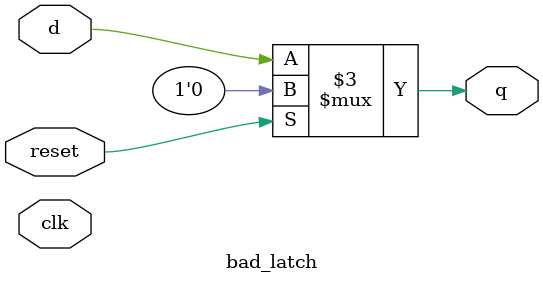
<source format=v>
module bad_latch (input clk , input reset , input d , output reg q);
always @ (clk,reset)
begin
	if(reset)
		q <= 1'b0;
	else 
		q <= d;
end
endmodule

</source>
